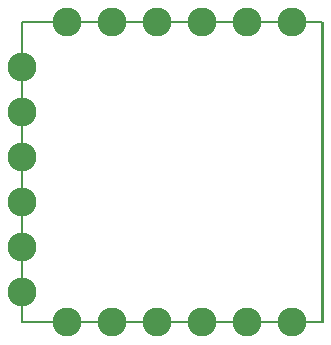
<source format=gbs>
G75*
%MOIN*%
%OFA0B0*%
%FSLAX25Y25*%
%IPPOS*%
%LPD*%
%AMOC8*
5,1,8,0,0,1.08239X$1,22.5*
%
%ADD10C,0.00000*%
%ADD11C,0.00500*%
%ADD12C,0.09658*%
D10*
X0005829Y0005829D02*
X0005829Y0105790D01*
X0106030Y0105790D01*
X0106030Y0005829D01*
X0005829Y0005829D01*
D11*
X0105829Y0005829D01*
X0105829Y0105829D01*
X0005829Y0105829D01*
X0005829Y0005829D01*
D12*
X0005829Y0015829D03*
X0005829Y0030829D03*
X0005829Y0045829D03*
X0005829Y0060829D03*
X0005829Y0075829D03*
X0005829Y0090829D03*
X0020829Y0105829D03*
X0035829Y0105829D03*
X0050829Y0105829D03*
X0065829Y0105829D03*
X0080829Y0105829D03*
X0095829Y0105829D03*
X0095829Y0005829D03*
X0080829Y0005829D03*
X0065829Y0005829D03*
X0050829Y0005829D03*
X0035829Y0005829D03*
X0020829Y0005829D03*
M02*

</source>
